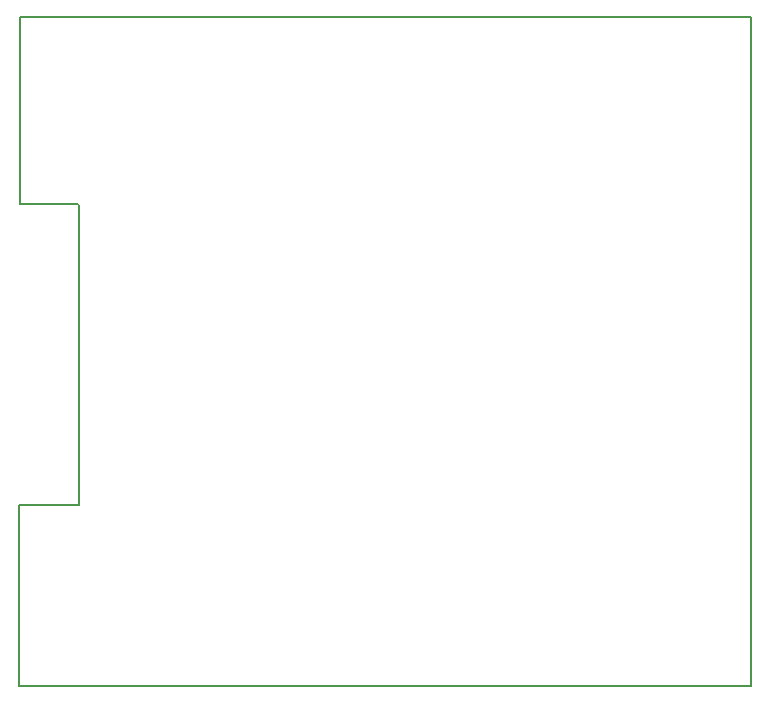
<source format=gko>
G04 Layer_Color=16711935*
%FSLAX25Y25*%
%MOIN*%
G70*
G01*
G75*
%ADD22C,0.00600*%
D22*
X35Y160821D02*
Y222960D01*
X35Y222960D02*
X35Y222960D01*
X35Y222960D02*
X243893D01*
X243965Y222888D01*
Y141D02*
Y222888D01*
X243895Y71D02*
X243965Y141D01*
X71Y71D02*
X243895D01*
X-71Y-71D02*
X71Y71D01*
X-71Y-71D02*
Y60264D01*
X19617D01*
X19723Y60370D01*
Y160292D01*
X19194Y160821D02*
X19723Y160292D01*
X35Y160821D02*
X19194D01*
M02*

</source>
